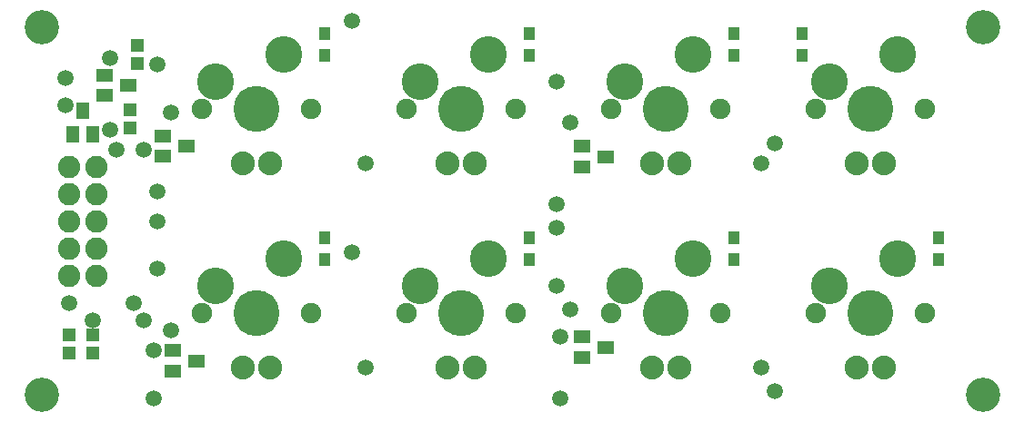
<source format=gbr>
G04 EAGLE Gerber RS-274X export*
G75*
%MOMM*%
%FSLAX34Y34*%
%LPD*%
%INSoldermask Bottom*%
%IPPOS*%
%AMOC8*
5,1,8,0,0,1.08239X$1,22.5*%
G01*
%ADD10C,3.200400*%
%ADD11C,4.292600*%
%ADD12C,1.910081*%
%ADD13C,2.235200*%
%ADD14C,3.429000*%
%ADD15R,1.603200X1.203200*%
%ADD16R,1.203200X1.603200*%
%ADD17R,1.303200X1.203200*%
%ADD18C,2.082800*%
%ADD19R,1.003200X1.203200*%
%ADD20C,1.503200*%


D10*
X25400Y368300D03*
X25400Y25400D03*
X901700Y368300D03*
X901700Y25400D03*
D11*
X225425Y292100D03*
D12*
X174625Y292100D03*
X276225Y292100D03*
D13*
X212725Y241300D03*
X238125Y241300D03*
D14*
X187325Y317500D03*
X250825Y342900D03*
D11*
X415925Y292100D03*
D12*
X365125Y292100D03*
X466725Y292100D03*
D13*
X403225Y241300D03*
X428625Y241300D03*
D14*
X377825Y317500D03*
X441325Y342900D03*
D11*
X606425Y292100D03*
D12*
X555625Y292100D03*
X657225Y292100D03*
D13*
X593725Y241300D03*
X619125Y241300D03*
D14*
X568325Y317500D03*
X631825Y342900D03*
D11*
X796925Y292100D03*
D12*
X746125Y292100D03*
X847725Y292100D03*
D13*
X784225Y241300D03*
X809625Y241300D03*
D14*
X758825Y317500D03*
X822325Y342900D03*
D11*
X225425Y101600D03*
D12*
X174625Y101600D03*
X276225Y101600D03*
D13*
X212725Y50800D03*
X238125Y50800D03*
D14*
X187325Y127000D03*
X250825Y152400D03*
D11*
X415925Y101600D03*
D12*
X365125Y101600D03*
X466725Y101600D03*
D13*
X403225Y50800D03*
X428625Y50800D03*
D14*
X377825Y127000D03*
X441325Y152400D03*
D11*
X606425Y101600D03*
D12*
X555625Y101600D03*
X657225Y101600D03*
D13*
X593725Y50800D03*
X619125Y50800D03*
D14*
X568325Y127000D03*
X631825Y152400D03*
D11*
X796925Y101600D03*
D12*
X746125Y101600D03*
X847725Y101600D03*
D13*
X784225Y50800D03*
X809625Y50800D03*
D14*
X758825Y127000D03*
X822325Y152400D03*
D15*
X160225Y257175D03*
X138225Y266675D03*
X138225Y247675D03*
X550750Y247650D03*
X528750Y257150D03*
X528750Y238150D03*
X169750Y57150D03*
X147750Y66650D03*
X147750Y47650D03*
X550750Y69850D03*
X528750Y79350D03*
X528750Y60350D03*
D16*
X63500Y290400D03*
X54000Y268400D03*
X73000Y268400D03*
D15*
X106250Y314325D03*
X84250Y323825D03*
X84250Y304825D03*
D17*
X107950Y291075D03*
X107950Y274075D03*
X114300Y334400D03*
X114300Y351400D03*
D18*
X76200Y136525D03*
X50800Y136525D03*
X76200Y161925D03*
X50800Y161925D03*
X76200Y187325D03*
X50800Y187325D03*
X76200Y212725D03*
X50800Y212725D03*
X76200Y238125D03*
X50800Y238125D03*
D19*
X288925Y342425D03*
X288925Y362425D03*
X479425Y342425D03*
X479425Y362425D03*
X669925Y342425D03*
X669925Y362425D03*
X733425Y362425D03*
X733425Y342425D03*
X288925Y151925D03*
X288925Y171925D03*
X479425Y151925D03*
X479425Y171925D03*
X669925Y151925D03*
X669925Y171925D03*
X860425Y151925D03*
X860425Y171925D03*
D17*
X73025Y64525D03*
X73025Y81525D03*
X50800Y64525D03*
X50800Y81525D03*
D20*
X120650Y254000D03*
X94719Y254000D03*
X504825Y317500D03*
X504825Y203200D03*
X133350Y187325D03*
X133350Y142875D03*
X314325Y158750D03*
X314325Y374650D03*
X120650Y95250D03*
X73025Y95250D03*
X111125Y111125D03*
X50800Y111125D03*
X695325Y241300D03*
X695325Y50800D03*
X327025Y241300D03*
X327025Y50800D03*
X708025Y260350D03*
X708025Y28575D03*
X133350Y215369D03*
X133350Y333375D03*
X47625Y295275D03*
X47625Y320675D03*
X88900Y339725D03*
X88900Y273050D03*
X504825Y127000D03*
X504825Y180975D03*
X517525Y279400D03*
X517525Y104775D03*
X146050Y288925D03*
X146050Y85725D03*
X508000Y79375D03*
X508000Y22225D03*
X130175Y22225D03*
X130175Y66675D03*
M02*

</source>
